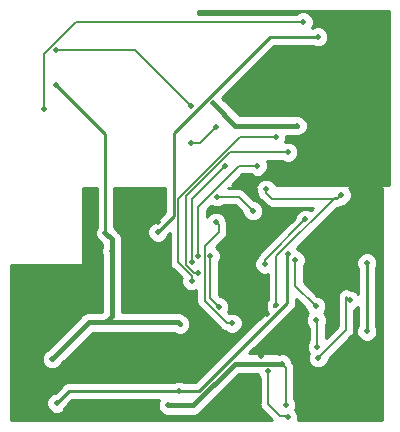
<source format=gbl>
G04 #@! TF.GenerationSoftware,KiCad,Pcbnew,(5.0.0)*
G04 #@! TF.CreationDate,2019-05-02T19:16:33-04:00*
G04 #@! TF.ProjectId,GSR_v1,4753525F76312E6B696361645F706362,rev?*
G04 #@! TF.SameCoordinates,Original*
G04 #@! TF.FileFunction,Copper,L2,Bot,Signal*
G04 #@! TF.FilePolarity,Positive*
%FSLAX46Y46*%
G04 Gerber Fmt 4.6, Leading zero omitted, Abs format (unit mm)*
G04 Created by KiCad (PCBNEW (5.0.0)) date 05/02/19 19:16:33*
%MOMM*%
%LPD*%
G01*
G04 APERTURE LIST*
G04 #@! TA.AperFunction,ViaPad*
%ADD10C,0.508000*%
G04 #@! TD*
G04 #@! TA.AperFunction,Conductor*
%ADD11C,0.457200*%
G04 #@! TD*
G04 #@! TA.AperFunction,Conductor*
%ADD12C,0.152000*%
G04 #@! TD*
G04 #@! TA.AperFunction,Conductor*
%ADD13C,0.229000*%
G04 #@! TD*
G04 #@! TA.AperFunction,Conductor*
%ADD14C,0.254000*%
G04 #@! TD*
G04 APERTURE END LIST*
D10*
G04 #@! TO.N,DVDD*
X270070000Y-140110000D03*
X280880000Y-137160000D03*
X274640000Y-137010000D03*
X275120000Y-130980000D03*
X274580000Y-129450000D03*
X289060000Y-135500000D03*
X288190000Y-125740000D03*
X294560000Y-126240000D03*
X270420000Y-116940000D03*
X283462600Y-131384353D03*
X284180000Y-135680000D03*
X283675000Y-118450000D03*
X290800000Y-120350000D03*
G04 #@! TO.N,VCC*
X280830000Y-142840000D03*
X270440000Y-143853401D03*
X290030000Y-131250000D03*
G04 #@! TO.N,DGND*
X287740000Y-139830000D03*
X281100000Y-141780000D03*
X268940000Y-142137500D03*
X279070000Y-128500000D03*
X268986000Y-135610000D03*
X276820000Y-128420000D03*
X292380000Y-141910000D03*
X271246995Y-144311511D03*
X295160000Y-133430000D03*
X288230000Y-136282400D03*
X287980000Y-134874234D03*
X287380000Y-131430000D03*
X283820000Y-137870000D03*
X294090000Y-117460000D03*
X292675000Y-114750000D03*
G04 #@! TO.N,/BATT_IN*
X290000000Y-145010000D03*
X288340000Y-141140000D03*
G04 #@! TO.N,/ELECTRODE_INPUT*
X292400000Y-135660000D03*
X290660000Y-131720000D03*
G04 #@! TO.N,Net-(R12-Pad1)*
X292510000Y-139070000D03*
X292410000Y-136830000D03*
G04 #@! TO.N,Net-(R12-Pad2)*
X292580000Y-140000000D03*
X295250000Y-135140000D03*
G04 #@! TO.N,Net-(R14-Pad2)*
X296703400Y-137780000D03*
X296710000Y-131960000D03*
G04 #@! TO.N,/DAT0_MISO*
X281800000Y-118725000D03*
X270375000Y-113975000D03*
G04 #@! TO.N,/uSD_CLK*
X281825000Y-121850000D03*
X283950000Y-120450000D03*
G04 #@! TO.N,/DAT3_CS*
X279025000Y-129375000D03*
X292550000Y-112850000D03*
G04 #@! TO.N,/RT_1*
X291480000Y-128300000D03*
X288060000Y-132100000D03*
G04 #@! TO.N,/ADC_AIN0*
X283920000Y-128530000D03*
X285310000Y-137070000D03*
G04 #@! TO.N,/AD5242_SCL*
X282415195Y-132815195D03*
X290030000Y-122600000D03*
G04 #@! TO.N,/AD5242_SDA*
X281870000Y-133482400D03*
X289010000Y-121330000D03*
G04 #@! TO.N,/TMP_SDA*
X281905980Y-131928238D03*
X284730000Y-123750000D03*
G04 #@! TO.N,/TMP_SCL*
X282442109Y-131392109D03*
X287450000Y-123780000D03*
G04 #@! TO.N,AVDD*
X283990000Y-126370000D03*
X287040000Y-127550000D03*
G04 #@! TO.N,/LOAD_IN*
X289520000Y-140520000D03*
X289860000Y-144040000D03*
X279880000Y-144050000D03*
G04 #@! TO.N,Net-(J1-Pad2)*
X291315000Y-111576000D03*
X269370000Y-118930000D03*
G04 #@! TD*
D11*
G04 #@! TO.N,DVDD*
X273170000Y-137010000D02*
X274640000Y-137010000D01*
X270070000Y-140110000D02*
X273170000Y-137010000D01*
X280730000Y-137010000D02*
X280880000Y-137160000D01*
X274640000Y-137010000D02*
X279270000Y-137010000D01*
X279270000Y-137010000D02*
X280730000Y-137010000D01*
X275120000Y-130980000D02*
X275120000Y-136450000D01*
X275120000Y-136450000D02*
X274640000Y-137010000D01*
X275120000Y-129990000D02*
X275120000Y-130980000D01*
X274580000Y-129450000D02*
X275120000Y-129990000D01*
D12*
X294201525Y-126598475D02*
X294560000Y-126240000D01*
X288689265Y-126598475D02*
X294201525Y-126598475D01*
X288190000Y-125740000D02*
X288190000Y-126099210D01*
X288190000Y-126099210D02*
X288689265Y-126598475D01*
D13*
X274580000Y-129450000D02*
X274580000Y-121100000D01*
X274580000Y-121100000D02*
X270420000Y-116940000D01*
D12*
X288880000Y-135680000D02*
X289060000Y-135500000D01*
X283462600Y-134962600D02*
X284180000Y-135680000D01*
X283462600Y-131384353D02*
X283462600Y-134962600D01*
X294306001Y-126493999D02*
X294560000Y-126240000D01*
X293999955Y-126493999D02*
X294306001Y-126493999D01*
X289060000Y-131433954D02*
X293999955Y-126493999D01*
X289060000Y-135500000D02*
X289060000Y-131433954D01*
D11*
X283675000Y-118450000D02*
X285575000Y-120350000D01*
X285575000Y-120350000D02*
X290800000Y-120350000D01*
D13*
G04 #@! TO.N,VCC*
X282490934Y-142840000D02*
X289980000Y-135350934D01*
X280830000Y-142840000D02*
X282490934Y-142840000D01*
X271453401Y-142840000D02*
X270440000Y-143853401D01*
X280830000Y-142840000D02*
X271453401Y-142840000D01*
X289980000Y-135350934D02*
X289980000Y-131300000D01*
X289980000Y-131300000D02*
X290030000Y-131250000D01*
G04 #@! TO.N,DGND*
X290000000Y-139530000D02*
X292380000Y-141910000D01*
X288040000Y-139530000D02*
X290000000Y-139530000D01*
X287740000Y-139830000D02*
X288040000Y-139530000D01*
D11*
X268986000Y-135610000D02*
X268986000Y-142091500D01*
D12*
X268986000Y-142091500D02*
X268940000Y-142137500D01*
X279070000Y-128500000D02*
X279040000Y-128500000D01*
X268986000Y-135610000D02*
X268990000Y-135610000D01*
X276810000Y-128430000D02*
X276800000Y-128430000D01*
X276820000Y-128420000D02*
X276810000Y-128430000D01*
X288230000Y-135124234D02*
X287980000Y-134874234D01*
X288230000Y-136282400D02*
X288230000Y-135124234D01*
G04 #@! TO.N,/BATT_IN*
X290000000Y-145010000D02*
X289940000Y-144950000D01*
X289940000Y-144950000D02*
X289370000Y-144960000D01*
X289370000Y-144960000D02*
X288340000Y-143930000D01*
X288340000Y-143930000D02*
X288340000Y-141140000D01*
G04 #@! TO.N,/ELECTRODE_INPUT*
X292400000Y-135660000D02*
X290660000Y-133920000D01*
X290660000Y-133920000D02*
X290660000Y-131720000D01*
G04 #@! TO.N,Net-(R12-Pad1)*
X292510000Y-139070000D02*
X292510000Y-136930000D01*
X292510000Y-136930000D02*
X292410000Y-136830000D01*
G04 #@! TO.N,Net-(R12-Pad2)*
X294940000Y-137640000D02*
X292580000Y-140000000D01*
X295250000Y-135140000D02*
X294940000Y-134830000D01*
X294940000Y-134830000D02*
X294940000Y-137640000D01*
D13*
G04 #@! TO.N,Net-(R14-Pad2)*
X296703400Y-137780000D02*
X296703400Y-131966600D01*
X296703400Y-131966600D02*
X296710000Y-131960000D01*
D12*
G04 #@! TO.N,/DAT0_MISO*
X277050000Y-113975000D02*
X270375000Y-113975000D01*
X281800000Y-118725000D02*
X277050000Y-113975000D01*
G04 #@! TO.N,/uSD_CLK*
X281825000Y-121850000D02*
X282550000Y-121850000D01*
X282550000Y-121850000D02*
X283950000Y-120450000D01*
D13*
G04 #@! TO.N,/DAT3_CS*
X288504066Y-112850000D02*
X292550000Y-112850000D01*
X280407090Y-120946976D02*
X288504066Y-112850000D01*
X279025000Y-129375000D02*
X280407090Y-127992910D01*
X280407090Y-127992910D02*
X280407090Y-120946976D01*
D12*
G04 #@! TO.N,/RT_1*
X291480000Y-128300000D02*
X288060000Y-131720000D01*
X288060000Y-131720000D02*
X288060000Y-132100000D01*
G04 #@! TO.N,/ADC_AIN0*
X284173999Y-128783999D02*
X284173999Y-129366001D01*
X283920000Y-128530000D02*
X284173999Y-128783999D01*
X284856046Y-137070000D02*
X285310000Y-137070000D01*
X282980199Y-135194153D02*
X284856046Y-137070000D01*
X284173999Y-129366001D02*
X282980199Y-130559801D01*
X282980199Y-130559801D02*
X282980199Y-135194153D01*
G04 #@! TO.N,/AD5242_SCL*
X285166046Y-122600000D02*
X290030000Y-122600000D01*
X281423579Y-126342467D02*
X285166046Y-122600000D01*
X281423579Y-132182789D02*
X281423579Y-126342467D01*
X282415195Y-132815195D02*
X282055985Y-132815195D01*
X282055985Y-132815195D02*
X281423579Y-132182789D01*
G04 #@! TO.N,/AD5242_SDA*
X281870000Y-133059710D02*
X280750000Y-131939710D01*
X281870000Y-133482400D02*
X281870000Y-133059710D01*
X286005546Y-121330000D02*
X289010000Y-121330000D01*
X280750000Y-131939710D02*
X280750000Y-126585546D01*
X280750000Y-126585546D02*
X286005546Y-121330000D01*
G04 #@! TO.N,/TMP_SDA*
X281905980Y-126574020D02*
X284730000Y-123750000D01*
X281905980Y-131928238D02*
X281905980Y-126574020D01*
G04 #@! TO.N,/TMP_SCL*
X285866046Y-123780000D02*
X287450000Y-123780000D01*
X282442109Y-127203937D02*
X285866046Y-123780000D01*
X282442109Y-131392109D02*
X282442109Y-127203937D01*
G04 #@! TO.N,AVDD*
X285860000Y-126370000D02*
X283990000Y-126370000D01*
X287040000Y-127550000D02*
X285860000Y-126370000D01*
G04 #@! TO.N,/LOAD_IN*
X289520000Y-140520000D02*
X289860000Y-140860000D01*
X289860000Y-140860000D02*
X289860000Y-144040000D01*
D11*
X280239210Y-144050000D02*
X279880000Y-144050000D01*
X281981690Y-144050000D02*
X280239210Y-144050000D01*
X285526691Y-140504999D02*
X281981690Y-144050000D01*
X289145789Y-140504999D02*
X285526691Y-140504999D01*
X289160790Y-140520000D02*
X289145789Y-140504999D01*
X289520000Y-140520000D02*
X289160790Y-140520000D01*
D12*
G04 #@! TO.N,Net-(J1-Pad2)*
X269370000Y-114266046D02*
X269370000Y-118930000D01*
X272060046Y-111576000D02*
X269370000Y-114266046D01*
X291315000Y-111576000D02*
X272060046Y-111576000D01*
G04 #@! TD*
D14*
G04 #@! TO.N,DGND*
G36*
X297973000Y-145295000D02*
X290844196Y-145295000D01*
X290889000Y-145186833D01*
X290889000Y-144833167D01*
X290753658Y-144506422D01*
X290665546Y-144418310D01*
X290749000Y-144216833D01*
X290749000Y-143863167D01*
X290613658Y-143536422D01*
X290571000Y-143493764D01*
X290571000Y-140930022D01*
X290584928Y-140860000D01*
X290571000Y-140789978D01*
X290571000Y-140789974D01*
X290529747Y-140582582D01*
X290529747Y-140582581D01*
X290412269Y-140406764D01*
X290412267Y-140406762D01*
X290409000Y-140401873D01*
X290409000Y-140343167D01*
X290273658Y-140016422D01*
X290023578Y-139766342D01*
X289696833Y-139631000D01*
X289343167Y-139631000D01*
X289289766Y-139653120D01*
X289230842Y-139641399D01*
X289230838Y-139641399D01*
X289145789Y-139624482D01*
X289060740Y-139641399D01*
X286749487Y-139641399D01*
X290457781Y-135933106D01*
X290520359Y-135891293D01*
X290596448Y-135777417D01*
X290686013Y-135643375D01*
X290744183Y-135350934D01*
X290729500Y-135277118D01*
X290729500Y-134995005D01*
X291511000Y-135776506D01*
X291511000Y-135836833D01*
X291646342Y-136163578D01*
X291732764Y-136250000D01*
X291656342Y-136326422D01*
X291521000Y-136653167D01*
X291521000Y-137006833D01*
X291656342Y-137333578D01*
X291799001Y-137476237D01*
X291799000Y-138523764D01*
X291756342Y-138566422D01*
X291621000Y-138893167D01*
X291621000Y-139246833D01*
X291756342Y-139573578D01*
X291783241Y-139600477D01*
X291691000Y-139823167D01*
X291691000Y-140176833D01*
X291826342Y-140503578D01*
X292076422Y-140753658D01*
X292403167Y-140889000D01*
X292756833Y-140889000D01*
X293083578Y-140753658D01*
X293333658Y-140503578D01*
X293469000Y-140176833D01*
X293469000Y-140116505D01*
X295393239Y-138192267D01*
X295452602Y-138152602D01*
X295609747Y-137917418D01*
X295651000Y-137710026D01*
X295651000Y-137710022D01*
X295664928Y-137640001D01*
X295651000Y-137569980D01*
X295651000Y-135936147D01*
X295753578Y-135893658D01*
X295953900Y-135693336D01*
X295953900Y-137272264D01*
X295949742Y-137276422D01*
X295814400Y-137603167D01*
X295814400Y-137956833D01*
X295949742Y-138283578D01*
X296199822Y-138533658D01*
X296526567Y-138669000D01*
X296880233Y-138669000D01*
X297206978Y-138533658D01*
X297457058Y-138283578D01*
X297592400Y-137956833D01*
X297592400Y-137603167D01*
X297457058Y-137276422D01*
X297452900Y-137272264D01*
X297452900Y-132474336D01*
X297463658Y-132463578D01*
X297599000Y-132136833D01*
X297599000Y-131783167D01*
X297463658Y-131456422D01*
X297213578Y-131206342D01*
X296886833Y-131071000D01*
X296533167Y-131071000D01*
X296206422Y-131206342D01*
X295956342Y-131456422D01*
X295821000Y-131783167D01*
X295821000Y-132136833D01*
X295953901Y-132457685D01*
X295953901Y-134586665D01*
X295753578Y-134386342D01*
X295426833Y-134251000D01*
X295353230Y-134251000D01*
X295217418Y-134160254D01*
X295217419Y-134160254D01*
X295217417Y-134160253D01*
X294940000Y-134105071D01*
X294662582Y-134160253D01*
X294549133Y-134236058D01*
X294427398Y-134317398D01*
X294365302Y-134410332D01*
X294270253Y-134552583D01*
X294229000Y-134759975D01*
X294229000Y-134759979D01*
X294215072Y-134830000D01*
X294229000Y-134900021D01*
X294229001Y-137345493D01*
X293221000Y-138353495D01*
X293221000Y-137195142D01*
X293299000Y-137006833D01*
X293299000Y-136653167D01*
X293163658Y-136326422D01*
X293077236Y-136240000D01*
X293153658Y-136163578D01*
X293289000Y-135836833D01*
X293289000Y-135483167D01*
X293153658Y-135156422D01*
X292903578Y-134906342D01*
X292576833Y-134771000D01*
X292516506Y-134771000D01*
X291371000Y-133625495D01*
X291371000Y-132266236D01*
X291413658Y-132223578D01*
X291549000Y-131896833D01*
X291549000Y-131543167D01*
X291413658Y-131216422D01*
X291163578Y-130966342D01*
X290836833Y-130831000D01*
X290818691Y-130831000D01*
X290783658Y-130746422D01*
X290768348Y-130731112D01*
X294180282Y-127319178D01*
X294201525Y-127323403D01*
X294271546Y-127309475D01*
X294271551Y-127309475D01*
X294478943Y-127268222D01*
X294687303Y-127129000D01*
X294736833Y-127129000D01*
X295063578Y-126993658D01*
X295313658Y-126743578D01*
X295449000Y-126416833D01*
X295449000Y-126063167D01*
X295313658Y-125736422D01*
X295204236Y-125627000D01*
X297973000Y-125627000D01*
X297973000Y-145295000D01*
X297973000Y-145295000D01*
G37*
X297973000Y-145295000D02*
X290844196Y-145295000D01*
X290889000Y-145186833D01*
X290889000Y-144833167D01*
X290753658Y-144506422D01*
X290665546Y-144418310D01*
X290749000Y-144216833D01*
X290749000Y-143863167D01*
X290613658Y-143536422D01*
X290571000Y-143493764D01*
X290571000Y-140930022D01*
X290584928Y-140860000D01*
X290571000Y-140789978D01*
X290571000Y-140789974D01*
X290529747Y-140582582D01*
X290529747Y-140582581D01*
X290412269Y-140406764D01*
X290412267Y-140406762D01*
X290409000Y-140401873D01*
X290409000Y-140343167D01*
X290273658Y-140016422D01*
X290023578Y-139766342D01*
X289696833Y-139631000D01*
X289343167Y-139631000D01*
X289289766Y-139653120D01*
X289230842Y-139641399D01*
X289230838Y-139641399D01*
X289145789Y-139624482D01*
X289060740Y-139641399D01*
X286749487Y-139641399D01*
X290457781Y-135933106D01*
X290520359Y-135891293D01*
X290596448Y-135777417D01*
X290686013Y-135643375D01*
X290744183Y-135350934D01*
X290729500Y-135277118D01*
X290729500Y-134995005D01*
X291511000Y-135776506D01*
X291511000Y-135836833D01*
X291646342Y-136163578D01*
X291732764Y-136250000D01*
X291656342Y-136326422D01*
X291521000Y-136653167D01*
X291521000Y-137006833D01*
X291656342Y-137333578D01*
X291799001Y-137476237D01*
X291799000Y-138523764D01*
X291756342Y-138566422D01*
X291621000Y-138893167D01*
X291621000Y-139246833D01*
X291756342Y-139573578D01*
X291783241Y-139600477D01*
X291691000Y-139823167D01*
X291691000Y-140176833D01*
X291826342Y-140503578D01*
X292076422Y-140753658D01*
X292403167Y-140889000D01*
X292756833Y-140889000D01*
X293083578Y-140753658D01*
X293333658Y-140503578D01*
X293469000Y-140176833D01*
X293469000Y-140116505D01*
X295393239Y-138192267D01*
X295452602Y-138152602D01*
X295609747Y-137917418D01*
X295651000Y-137710026D01*
X295651000Y-137710022D01*
X295664928Y-137640001D01*
X295651000Y-137569980D01*
X295651000Y-135936147D01*
X295753578Y-135893658D01*
X295953900Y-135693336D01*
X295953900Y-137272264D01*
X295949742Y-137276422D01*
X295814400Y-137603167D01*
X295814400Y-137956833D01*
X295949742Y-138283578D01*
X296199822Y-138533658D01*
X296526567Y-138669000D01*
X296880233Y-138669000D01*
X297206978Y-138533658D01*
X297457058Y-138283578D01*
X297592400Y-137956833D01*
X297592400Y-137603167D01*
X297457058Y-137276422D01*
X297452900Y-137272264D01*
X297452900Y-132474336D01*
X297463658Y-132463578D01*
X297599000Y-132136833D01*
X297599000Y-131783167D01*
X297463658Y-131456422D01*
X297213578Y-131206342D01*
X296886833Y-131071000D01*
X296533167Y-131071000D01*
X296206422Y-131206342D01*
X295956342Y-131456422D01*
X295821000Y-131783167D01*
X295821000Y-132136833D01*
X295953901Y-132457685D01*
X295953901Y-134586665D01*
X295753578Y-134386342D01*
X295426833Y-134251000D01*
X295353230Y-134251000D01*
X295217418Y-134160254D01*
X295217419Y-134160254D01*
X295217417Y-134160253D01*
X294940000Y-134105071D01*
X294662582Y-134160253D01*
X294549133Y-134236058D01*
X294427398Y-134317398D01*
X294365302Y-134410332D01*
X294270253Y-134552583D01*
X294229000Y-134759975D01*
X294229000Y-134759979D01*
X294215072Y-134830000D01*
X294229000Y-134900021D01*
X294229001Y-137345493D01*
X293221000Y-138353495D01*
X293221000Y-137195142D01*
X293299000Y-137006833D01*
X293299000Y-136653167D01*
X293163658Y-136326422D01*
X293077236Y-136240000D01*
X293153658Y-136163578D01*
X293289000Y-135836833D01*
X293289000Y-135483167D01*
X293153658Y-135156422D01*
X292903578Y-134906342D01*
X292576833Y-134771000D01*
X292516506Y-134771000D01*
X291371000Y-133625495D01*
X291371000Y-132266236D01*
X291413658Y-132223578D01*
X291549000Y-131896833D01*
X291549000Y-131543167D01*
X291413658Y-131216422D01*
X291163578Y-130966342D01*
X290836833Y-130831000D01*
X290818691Y-130831000D01*
X290783658Y-130746422D01*
X290768348Y-130731112D01*
X294180282Y-127319178D01*
X294201525Y-127323403D01*
X294271546Y-127309475D01*
X294271551Y-127309475D01*
X294478943Y-127268222D01*
X294687303Y-127129000D01*
X294736833Y-127129000D01*
X295063578Y-126993658D01*
X295313658Y-126743578D01*
X295449000Y-126416833D01*
X295449000Y-126063167D01*
X295313658Y-125736422D01*
X295204236Y-125627000D01*
X297973000Y-125627000D01*
X297973000Y-145295000D01*
G36*
X273830500Y-128942264D02*
X273826342Y-128946422D01*
X273691000Y-129273167D01*
X273691000Y-129626833D01*
X273826342Y-129953578D01*
X274076422Y-130203658D01*
X274137746Y-130229059D01*
X274256400Y-130347714D01*
X274256401Y-130741844D01*
X274231000Y-130803167D01*
X274231000Y-131156833D01*
X274256400Y-131218154D01*
X274256401Y-136130534D01*
X274242802Y-136146400D01*
X273255048Y-136146400D01*
X273169999Y-136129483D01*
X273084950Y-136146400D01*
X273084947Y-136146400D01*
X272833040Y-136196507D01*
X272547380Y-136387380D01*
X272499200Y-136459486D01*
X269627746Y-139330941D01*
X269566422Y-139356342D01*
X269316342Y-139606422D01*
X269181000Y-139933167D01*
X269181000Y-140286833D01*
X269316342Y-140613578D01*
X269566422Y-140863658D01*
X269893167Y-140999000D01*
X270246833Y-140999000D01*
X270573578Y-140863658D01*
X270823658Y-140613578D01*
X270849059Y-140552254D01*
X273527714Y-137873600D01*
X274401846Y-137873600D01*
X274463167Y-137899000D01*
X274816833Y-137899000D01*
X274878154Y-137873600D01*
X280336364Y-137873600D01*
X280376422Y-137913658D01*
X280703167Y-138049000D01*
X281056833Y-138049000D01*
X281383578Y-137913658D01*
X281633658Y-137663578D01*
X281769000Y-137336833D01*
X281769000Y-136983167D01*
X281633658Y-136656422D01*
X281383578Y-136406342D01*
X281358292Y-136395868D01*
X281352620Y-136387380D01*
X281066960Y-136196507D01*
X280815053Y-136146400D01*
X280815049Y-136146400D01*
X280730000Y-136129483D01*
X280644951Y-136146400D01*
X275983600Y-136146400D01*
X275983600Y-131218154D01*
X276009000Y-131156833D01*
X276009000Y-130803167D01*
X275983600Y-130741846D01*
X275983600Y-130075047D01*
X276000517Y-129989999D01*
X275983600Y-129904951D01*
X275983600Y-129904947D01*
X275933493Y-129653040D01*
X275742620Y-129367380D01*
X275670514Y-129319200D01*
X275359059Y-129007746D01*
X275333658Y-128946422D01*
X275329500Y-128942264D01*
X275329500Y-125627000D01*
X279657590Y-125627000D01*
X279657590Y-127682456D01*
X278854047Y-128486000D01*
X278848167Y-128486000D01*
X278521422Y-128621342D01*
X278271342Y-128871422D01*
X278136000Y-129198167D01*
X278136000Y-129551833D01*
X278271342Y-129878578D01*
X278521422Y-130128658D01*
X278848167Y-130264000D01*
X279201833Y-130264000D01*
X279528578Y-130128658D01*
X279778658Y-129878578D01*
X279914000Y-129551833D01*
X279914000Y-129545953D01*
X280039000Y-129420952D01*
X280039000Y-131869689D01*
X280025072Y-131939710D01*
X280039000Y-132009731D01*
X280039000Y-132009735D01*
X280080253Y-132217127D01*
X280237398Y-132452311D01*
X280296762Y-132491977D01*
X281018886Y-133214102D01*
X280981000Y-133305567D01*
X280981000Y-133659233D01*
X281116342Y-133985978D01*
X281366422Y-134236058D01*
X281693167Y-134371400D01*
X282046833Y-134371400D01*
X282269200Y-134279293D01*
X282269200Y-135124127D01*
X282255271Y-135194153D01*
X282269200Y-135264179D01*
X282301140Y-135424750D01*
X282310453Y-135471571D01*
X282427931Y-135647390D01*
X282427933Y-135647392D01*
X282467598Y-135706755D01*
X282526961Y-135746420D01*
X284303779Y-137523239D01*
X284343444Y-137582602D01*
X284402807Y-137622267D01*
X284402808Y-137622268D01*
X284451687Y-137654928D01*
X284578628Y-137739747D01*
X284758238Y-137775474D01*
X284806422Y-137823658D01*
X285133167Y-137959000D01*
X285486833Y-137959000D01*
X285813578Y-137823658D01*
X286063658Y-137573578D01*
X286199000Y-137246833D01*
X286199000Y-136893167D01*
X286063658Y-136566422D01*
X285813578Y-136316342D01*
X285486833Y-136181000D01*
X285133167Y-136181000D01*
X285019595Y-136228043D01*
X284945805Y-136154253D01*
X285069000Y-135856833D01*
X285069000Y-135503167D01*
X284933658Y-135176422D01*
X284683578Y-134926342D01*
X284356833Y-134791000D01*
X284296505Y-134791000D01*
X284173600Y-134668095D01*
X284173600Y-131930589D01*
X284216258Y-131887931D01*
X284351600Y-131561186D01*
X284351600Y-131207520D01*
X284216258Y-130880775D01*
X283966178Y-130630695D01*
X283929856Y-130615650D01*
X284627237Y-129918268D01*
X284686601Y-129878603D01*
X284843746Y-129643419D01*
X284884999Y-129436027D01*
X284884999Y-129436023D01*
X284898927Y-129366002D01*
X284884999Y-129295981D01*
X284884999Y-128854020D01*
X284898927Y-128783999D01*
X284884999Y-128713978D01*
X284884999Y-128713973D01*
X284843746Y-128506581D01*
X284809000Y-128454580D01*
X284809000Y-128353167D01*
X284673658Y-128026422D01*
X284423578Y-127776342D01*
X284096833Y-127641000D01*
X283743167Y-127641000D01*
X283416422Y-127776342D01*
X283166342Y-128026422D01*
X283153109Y-128058369D01*
X283153109Y-127498442D01*
X283515747Y-127135805D01*
X283813167Y-127259000D01*
X284166833Y-127259000D01*
X284493578Y-127123658D01*
X284536236Y-127081000D01*
X285565495Y-127081000D01*
X286151000Y-127666506D01*
X286151000Y-127726833D01*
X286286342Y-128053578D01*
X286536422Y-128303658D01*
X286863167Y-128439000D01*
X287216833Y-128439000D01*
X287543578Y-128303658D01*
X287793658Y-128053578D01*
X287929000Y-127726833D01*
X287929000Y-127373167D01*
X287793658Y-127046422D01*
X287543578Y-126796342D01*
X287216833Y-126661000D01*
X287156506Y-126661000D01*
X286412269Y-125916764D01*
X286372602Y-125857398D01*
X286137418Y-125700253D01*
X285930026Y-125659000D01*
X285930021Y-125659000D01*
X285860000Y-125645072D01*
X285789979Y-125659000D01*
X284992552Y-125659000D01*
X285024552Y-125627000D01*
X287301000Y-125627000D01*
X287301000Y-125916833D01*
X287436342Y-126243578D01*
X287508052Y-126315288D01*
X287520253Y-126376628D01*
X287598678Y-126493999D01*
X287614327Y-126517418D01*
X287677399Y-126611812D01*
X287736762Y-126651477D01*
X288136997Y-127051713D01*
X288176663Y-127111077D01*
X288236026Y-127150742D01*
X288236027Y-127150743D01*
X288306950Y-127198132D01*
X288411847Y-127268222D01*
X288619239Y-127309475D01*
X288619243Y-127309475D01*
X288689264Y-127323403D01*
X288759285Y-127309475D01*
X292178973Y-127309475D01*
X291954253Y-127534195D01*
X291656833Y-127411000D01*
X291303167Y-127411000D01*
X290976422Y-127546342D01*
X290726342Y-127796422D01*
X290591000Y-128123167D01*
X290591000Y-128183494D01*
X287606762Y-131167733D01*
X287547398Y-131207399D01*
X287390253Y-131442583D01*
X287372890Y-131529874D01*
X287306342Y-131596422D01*
X287171000Y-131923167D01*
X287171000Y-132276833D01*
X287306342Y-132603578D01*
X287556422Y-132853658D01*
X287883167Y-132989000D01*
X288236833Y-132989000D01*
X288349001Y-132942539D01*
X288349000Y-134953764D01*
X288306342Y-134996422D01*
X288171000Y-135323167D01*
X288171000Y-135599925D01*
X288155072Y-135680000D01*
X288210254Y-135957418D01*
X288251634Y-136019347D01*
X282180482Y-142090500D01*
X281337736Y-142090500D01*
X281333578Y-142086342D01*
X281006833Y-141951000D01*
X280653167Y-141951000D01*
X280326422Y-142086342D01*
X280322264Y-142090500D01*
X271527211Y-142090500D01*
X271453400Y-142075818D01*
X271379589Y-142090500D01*
X271379585Y-142090500D01*
X271160961Y-142133987D01*
X271160959Y-142133988D01*
X271160960Y-142133988D01*
X270975619Y-142257828D01*
X270975618Y-142257829D01*
X270913042Y-142299641D01*
X270871230Y-142362217D01*
X270269047Y-142964401D01*
X270263167Y-142964401D01*
X269936422Y-143099743D01*
X269686342Y-143349823D01*
X269551000Y-143676568D01*
X269551000Y-144030234D01*
X269686342Y-144356979D01*
X269936422Y-144607059D01*
X270263167Y-144742401D01*
X270616833Y-144742401D01*
X270943578Y-144607059D01*
X271193658Y-144356979D01*
X271329000Y-144030234D01*
X271329000Y-144024354D01*
X271763855Y-143589500D01*
X279108499Y-143589500D01*
X278991000Y-143873167D01*
X278991000Y-144226833D01*
X279126342Y-144553578D01*
X279376422Y-144803658D01*
X279703167Y-144939000D01*
X280056833Y-144939000D01*
X280118154Y-144913600D01*
X281896641Y-144913600D01*
X281981690Y-144930517D01*
X282066739Y-144913600D01*
X282066743Y-144913600D01*
X282318650Y-144863493D01*
X282604310Y-144672620D01*
X282652492Y-144600511D01*
X285884406Y-141368599D01*
X287472442Y-141368599D01*
X287586342Y-141643578D01*
X287629001Y-141686237D01*
X287629000Y-143859979D01*
X287615072Y-143930000D01*
X287629000Y-144000021D01*
X287629000Y-144000025D01*
X287670253Y-144207417D01*
X287827398Y-144442601D01*
X287886762Y-144482267D01*
X288699494Y-145295000D01*
X266585000Y-145295000D01*
X266585000Y-132127000D01*
X272550000Y-132127000D01*
X272598601Y-132117333D01*
X272639803Y-132089803D01*
X272667333Y-132048601D01*
X272677000Y-132000000D01*
X272677000Y-125627000D01*
X273830500Y-125627000D01*
X273830500Y-128942264D01*
X273830500Y-128942264D01*
G37*
X273830500Y-128942264D02*
X273826342Y-128946422D01*
X273691000Y-129273167D01*
X273691000Y-129626833D01*
X273826342Y-129953578D01*
X274076422Y-130203658D01*
X274137746Y-130229059D01*
X274256400Y-130347714D01*
X274256401Y-130741844D01*
X274231000Y-130803167D01*
X274231000Y-131156833D01*
X274256400Y-131218154D01*
X274256401Y-136130534D01*
X274242802Y-136146400D01*
X273255048Y-136146400D01*
X273169999Y-136129483D01*
X273084950Y-136146400D01*
X273084947Y-136146400D01*
X272833040Y-136196507D01*
X272547380Y-136387380D01*
X272499200Y-136459486D01*
X269627746Y-139330941D01*
X269566422Y-139356342D01*
X269316342Y-139606422D01*
X269181000Y-139933167D01*
X269181000Y-140286833D01*
X269316342Y-140613578D01*
X269566422Y-140863658D01*
X269893167Y-140999000D01*
X270246833Y-140999000D01*
X270573578Y-140863658D01*
X270823658Y-140613578D01*
X270849059Y-140552254D01*
X273527714Y-137873600D01*
X274401846Y-137873600D01*
X274463167Y-137899000D01*
X274816833Y-137899000D01*
X274878154Y-137873600D01*
X280336364Y-137873600D01*
X280376422Y-137913658D01*
X280703167Y-138049000D01*
X281056833Y-138049000D01*
X281383578Y-137913658D01*
X281633658Y-137663578D01*
X281769000Y-137336833D01*
X281769000Y-136983167D01*
X281633658Y-136656422D01*
X281383578Y-136406342D01*
X281358292Y-136395868D01*
X281352620Y-136387380D01*
X281066960Y-136196507D01*
X280815053Y-136146400D01*
X280815049Y-136146400D01*
X280730000Y-136129483D01*
X280644951Y-136146400D01*
X275983600Y-136146400D01*
X275983600Y-131218154D01*
X276009000Y-131156833D01*
X276009000Y-130803167D01*
X275983600Y-130741846D01*
X275983600Y-130075047D01*
X276000517Y-129989999D01*
X275983600Y-129904951D01*
X275983600Y-129904947D01*
X275933493Y-129653040D01*
X275742620Y-129367380D01*
X275670514Y-129319200D01*
X275359059Y-129007746D01*
X275333658Y-128946422D01*
X275329500Y-128942264D01*
X275329500Y-125627000D01*
X279657590Y-125627000D01*
X279657590Y-127682456D01*
X278854047Y-128486000D01*
X278848167Y-128486000D01*
X278521422Y-128621342D01*
X278271342Y-128871422D01*
X278136000Y-129198167D01*
X278136000Y-129551833D01*
X278271342Y-129878578D01*
X278521422Y-130128658D01*
X278848167Y-130264000D01*
X279201833Y-130264000D01*
X279528578Y-130128658D01*
X279778658Y-129878578D01*
X279914000Y-129551833D01*
X279914000Y-129545953D01*
X280039000Y-129420952D01*
X280039000Y-131869689D01*
X280025072Y-131939710D01*
X280039000Y-132009731D01*
X280039000Y-132009735D01*
X280080253Y-132217127D01*
X280237398Y-132452311D01*
X280296762Y-132491977D01*
X281018886Y-133214102D01*
X280981000Y-133305567D01*
X280981000Y-133659233D01*
X281116342Y-133985978D01*
X281366422Y-134236058D01*
X281693167Y-134371400D01*
X282046833Y-134371400D01*
X282269200Y-134279293D01*
X282269200Y-135124127D01*
X282255271Y-135194153D01*
X282269200Y-135264179D01*
X282301140Y-135424750D01*
X282310453Y-135471571D01*
X282427931Y-135647390D01*
X282427933Y-135647392D01*
X282467598Y-135706755D01*
X282526961Y-135746420D01*
X284303779Y-137523239D01*
X284343444Y-137582602D01*
X284402807Y-137622267D01*
X284402808Y-137622268D01*
X284451687Y-137654928D01*
X284578628Y-137739747D01*
X284758238Y-137775474D01*
X284806422Y-137823658D01*
X285133167Y-137959000D01*
X285486833Y-137959000D01*
X285813578Y-137823658D01*
X286063658Y-137573578D01*
X286199000Y-137246833D01*
X286199000Y-136893167D01*
X286063658Y-136566422D01*
X285813578Y-136316342D01*
X285486833Y-136181000D01*
X285133167Y-136181000D01*
X285019595Y-136228043D01*
X284945805Y-136154253D01*
X285069000Y-135856833D01*
X285069000Y-135503167D01*
X284933658Y-135176422D01*
X284683578Y-134926342D01*
X284356833Y-134791000D01*
X284296505Y-134791000D01*
X284173600Y-134668095D01*
X284173600Y-131930589D01*
X284216258Y-131887931D01*
X284351600Y-131561186D01*
X284351600Y-131207520D01*
X284216258Y-130880775D01*
X283966178Y-130630695D01*
X283929856Y-130615650D01*
X284627237Y-129918268D01*
X284686601Y-129878603D01*
X284843746Y-129643419D01*
X284884999Y-129436027D01*
X284884999Y-129436023D01*
X284898927Y-129366002D01*
X284884999Y-129295981D01*
X284884999Y-128854020D01*
X284898927Y-128783999D01*
X284884999Y-128713978D01*
X284884999Y-128713973D01*
X284843746Y-128506581D01*
X284809000Y-128454580D01*
X284809000Y-128353167D01*
X284673658Y-128026422D01*
X284423578Y-127776342D01*
X284096833Y-127641000D01*
X283743167Y-127641000D01*
X283416422Y-127776342D01*
X283166342Y-128026422D01*
X283153109Y-128058369D01*
X283153109Y-127498442D01*
X283515747Y-127135805D01*
X283813167Y-127259000D01*
X284166833Y-127259000D01*
X284493578Y-127123658D01*
X284536236Y-127081000D01*
X285565495Y-127081000D01*
X286151000Y-127666506D01*
X286151000Y-127726833D01*
X286286342Y-128053578D01*
X286536422Y-128303658D01*
X286863167Y-128439000D01*
X287216833Y-128439000D01*
X287543578Y-128303658D01*
X287793658Y-128053578D01*
X287929000Y-127726833D01*
X287929000Y-127373167D01*
X287793658Y-127046422D01*
X287543578Y-126796342D01*
X287216833Y-126661000D01*
X287156506Y-126661000D01*
X286412269Y-125916764D01*
X286372602Y-125857398D01*
X286137418Y-125700253D01*
X285930026Y-125659000D01*
X285930021Y-125659000D01*
X285860000Y-125645072D01*
X285789979Y-125659000D01*
X284992552Y-125659000D01*
X285024552Y-125627000D01*
X287301000Y-125627000D01*
X287301000Y-125916833D01*
X287436342Y-126243578D01*
X287508052Y-126315288D01*
X287520253Y-126376628D01*
X287598678Y-126493999D01*
X287614327Y-126517418D01*
X287677399Y-126611812D01*
X287736762Y-126651477D01*
X288136997Y-127051713D01*
X288176663Y-127111077D01*
X288236026Y-127150742D01*
X288236027Y-127150743D01*
X288306950Y-127198132D01*
X288411847Y-127268222D01*
X288619239Y-127309475D01*
X288619243Y-127309475D01*
X288689264Y-127323403D01*
X288759285Y-127309475D01*
X292178973Y-127309475D01*
X291954253Y-127534195D01*
X291656833Y-127411000D01*
X291303167Y-127411000D01*
X290976422Y-127546342D01*
X290726342Y-127796422D01*
X290591000Y-128123167D01*
X290591000Y-128183494D01*
X287606762Y-131167733D01*
X287547398Y-131207399D01*
X287390253Y-131442583D01*
X287372890Y-131529874D01*
X287306342Y-131596422D01*
X287171000Y-131923167D01*
X287171000Y-132276833D01*
X287306342Y-132603578D01*
X287556422Y-132853658D01*
X287883167Y-132989000D01*
X288236833Y-132989000D01*
X288349001Y-132942539D01*
X288349000Y-134953764D01*
X288306342Y-134996422D01*
X288171000Y-135323167D01*
X288171000Y-135599925D01*
X288155072Y-135680000D01*
X288210254Y-135957418D01*
X288251634Y-136019347D01*
X282180482Y-142090500D01*
X281337736Y-142090500D01*
X281333578Y-142086342D01*
X281006833Y-141951000D01*
X280653167Y-141951000D01*
X280326422Y-142086342D01*
X280322264Y-142090500D01*
X271527211Y-142090500D01*
X271453400Y-142075818D01*
X271379589Y-142090500D01*
X271379585Y-142090500D01*
X271160961Y-142133987D01*
X271160959Y-142133988D01*
X271160960Y-142133988D01*
X270975619Y-142257828D01*
X270975618Y-142257829D01*
X270913042Y-142299641D01*
X270871230Y-142362217D01*
X270269047Y-142964401D01*
X270263167Y-142964401D01*
X269936422Y-143099743D01*
X269686342Y-143349823D01*
X269551000Y-143676568D01*
X269551000Y-144030234D01*
X269686342Y-144356979D01*
X269936422Y-144607059D01*
X270263167Y-144742401D01*
X270616833Y-144742401D01*
X270943578Y-144607059D01*
X271193658Y-144356979D01*
X271329000Y-144030234D01*
X271329000Y-144024354D01*
X271763855Y-143589500D01*
X279108499Y-143589500D01*
X278991000Y-143873167D01*
X278991000Y-144226833D01*
X279126342Y-144553578D01*
X279376422Y-144803658D01*
X279703167Y-144939000D01*
X280056833Y-144939000D01*
X280118154Y-144913600D01*
X281896641Y-144913600D01*
X281981690Y-144930517D01*
X282066739Y-144913600D01*
X282066743Y-144913600D01*
X282318650Y-144863493D01*
X282604310Y-144672620D01*
X282652492Y-144600511D01*
X285884406Y-141368599D01*
X287472442Y-141368599D01*
X287586342Y-141643578D01*
X287629001Y-141686237D01*
X287629000Y-143859979D01*
X287615072Y-143930000D01*
X287629000Y-144000021D01*
X287629000Y-144000025D01*
X287670253Y-144207417D01*
X287827398Y-144442601D01*
X287886762Y-144482267D01*
X288699494Y-145295000D01*
X266585000Y-145295000D01*
X266585000Y-132127000D01*
X272550000Y-132127000D01*
X272598601Y-132117333D01*
X272639803Y-132089803D01*
X272667333Y-132048601D01*
X272677000Y-132000000D01*
X272677000Y-125627000D01*
X273830500Y-125627000D01*
X273830500Y-128942264D01*
G36*
X298575001Y-125363000D02*
X294765804Y-125363000D01*
X294736833Y-125351000D01*
X294383167Y-125351000D01*
X294354196Y-125363000D01*
X288996088Y-125363000D01*
X288943658Y-125236422D01*
X288693578Y-124986342D01*
X288366833Y-124851000D01*
X288013167Y-124851000D01*
X287686422Y-124986342D01*
X287436342Y-125236422D01*
X287383912Y-125363000D01*
X285288552Y-125363000D01*
X286160552Y-124491000D01*
X286903764Y-124491000D01*
X286946422Y-124533658D01*
X287273167Y-124669000D01*
X287626833Y-124669000D01*
X287953578Y-124533658D01*
X288203658Y-124283578D01*
X288339000Y-123956833D01*
X288339000Y-123603167D01*
X288217981Y-123311000D01*
X289483764Y-123311000D01*
X289526422Y-123353658D01*
X289853167Y-123489000D01*
X290206833Y-123489000D01*
X290533578Y-123353658D01*
X290783658Y-123103578D01*
X290919000Y-122776833D01*
X290919000Y-122423167D01*
X290783658Y-122096422D01*
X290533578Y-121846342D01*
X290206833Y-121711000D01*
X289853167Y-121711000D01*
X289806409Y-121730368D01*
X289899000Y-121506833D01*
X289899000Y-121213600D01*
X290561846Y-121213600D01*
X290623167Y-121239000D01*
X290976833Y-121239000D01*
X291303578Y-121103658D01*
X291553658Y-120853578D01*
X291689000Y-120526833D01*
X291689000Y-120173167D01*
X291553658Y-119846422D01*
X291303578Y-119596342D01*
X290976833Y-119461000D01*
X290623167Y-119461000D01*
X290561846Y-119486400D01*
X285932715Y-119486400D01*
X284454059Y-118007746D01*
X284440063Y-117973956D01*
X288814519Y-113599500D01*
X292042264Y-113599500D01*
X292046422Y-113603658D01*
X292373167Y-113739000D01*
X292726833Y-113739000D01*
X293053578Y-113603658D01*
X293303658Y-113353578D01*
X293439000Y-113026833D01*
X293439000Y-112673167D01*
X293303658Y-112346422D01*
X293053578Y-112096342D01*
X292726833Y-111961000D01*
X292373167Y-111961000D01*
X292055763Y-112092473D01*
X292068658Y-112079578D01*
X292204000Y-111752833D01*
X292204000Y-111399167D01*
X292068658Y-111072422D01*
X291818578Y-110822342D01*
X291491833Y-110687000D01*
X291138167Y-110687000D01*
X290811422Y-110822342D01*
X290768764Y-110865000D01*
X282428306Y-110865000D01*
X282427913Y-110665000D01*
X298575001Y-110665000D01*
X298575001Y-125363000D01*
X298575001Y-125363000D01*
G37*
X298575001Y-125363000D02*
X294765804Y-125363000D01*
X294736833Y-125351000D01*
X294383167Y-125351000D01*
X294354196Y-125363000D01*
X288996088Y-125363000D01*
X288943658Y-125236422D01*
X288693578Y-124986342D01*
X288366833Y-124851000D01*
X288013167Y-124851000D01*
X287686422Y-124986342D01*
X287436342Y-125236422D01*
X287383912Y-125363000D01*
X285288552Y-125363000D01*
X286160552Y-124491000D01*
X286903764Y-124491000D01*
X286946422Y-124533658D01*
X287273167Y-124669000D01*
X287626833Y-124669000D01*
X287953578Y-124533658D01*
X288203658Y-124283578D01*
X288339000Y-123956833D01*
X288339000Y-123603167D01*
X288217981Y-123311000D01*
X289483764Y-123311000D01*
X289526422Y-123353658D01*
X289853167Y-123489000D01*
X290206833Y-123489000D01*
X290533578Y-123353658D01*
X290783658Y-123103578D01*
X290919000Y-122776833D01*
X290919000Y-122423167D01*
X290783658Y-122096422D01*
X290533578Y-121846342D01*
X290206833Y-121711000D01*
X289853167Y-121711000D01*
X289806409Y-121730368D01*
X289899000Y-121506833D01*
X289899000Y-121213600D01*
X290561846Y-121213600D01*
X290623167Y-121239000D01*
X290976833Y-121239000D01*
X291303578Y-121103658D01*
X291553658Y-120853578D01*
X291689000Y-120526833D01*
X291689000Y-120173167D01*
X291553658Y-119846422D01*
X291303578Y-119596342D01*
X290976833Y-119461000D01*
X290623167Y-119461000D01*
X290561846Y-119486400D01*
X285932715Y-119486400D01*
X284454059Y-118007746D01*
X284440063Y-117973956D01*
X288814519Y-113599500D01*
X292042264Y-113599500D01*
X292046422Y-113603658D01*
X292373167Y-113739000D01*
X292726833Y-113739000D01*
X293053578Y-113603658D01*
X293303658Y-113353578D01*
X293439000Y-113026833D01*
X293439000Y-112673167D01*
X293303658Y-112346422D01*
X293053578Y-112096342D01*
X292726833Y-111961000D01*
X292373167Y-111961000D01*
X292055763Y-112092473D01*
X292068658Y-112079578D01*
X292204000Y-111752833D01*
X292204000Y-111399167D01*
X292068658Y-111072422D01*
X291818578Y-110822342D01*
X291491833Y-110687000D01*
X291138167Y-110687000D01*
X290811422Y-110822342D01*
X290768764Y-110865000D01*
X282428306Y-110865000D01*
X282427913Y-110665000D01*
X298575001Y-110665000D01*
X298575001Y-125363000D01*
G04 #@! TD*
M02*

</source>
